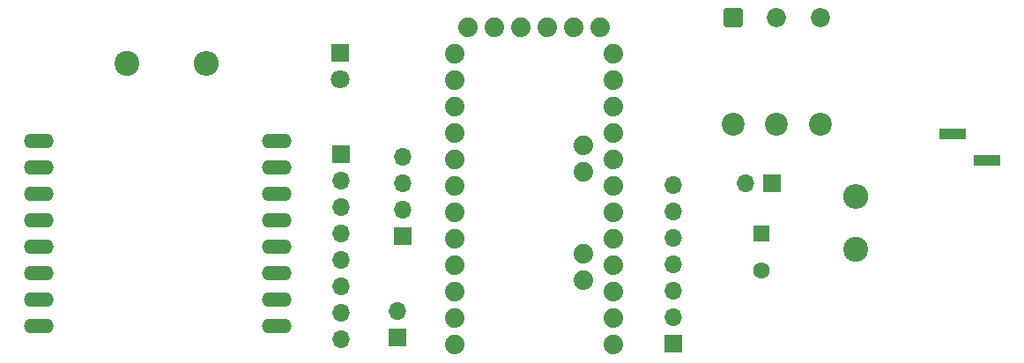
<source format=gbr>
%TF.GenerationSoftware,KiCad,Pcbnew,6.0.4-6f826c9f35~116~ubuntu20.04.1*%
%TF.CreationDate,2022-04-01T16:54:59+02:00*%
%TF.ProjectId,placaCANSAT_V3,706c6163-6143-4414-9e53-41545f56332e,rev?*%
%TF.SameCoordinates,Original*%
%TF.FileFunction,Soldermask,Top*%
%TF.FilePolarity,Negative*%
%FSLAX46Y46*%
G04 Gerber Fmt 4.6, Leading zero omitted, Abs format (unit mm)*
G04 Created by KiCad (PCBNEW 6.0.4-6f826c9f35~116~ubuntu20.04.1) date 2022-04-01 16:54:59*
%MOMM*%
%LPD*%
G01*
G04 APERTURE LIST*
G04 Aperture macros list*
%AMRoundRect*
0 Rectangle with rounded corners*
0 $1 Rounding radius*
0 $2 $3 $4 $5 $6 $7 $8 $9 X,Y pos of 4 corners*
0 Add a 4 corners polygon primitive as box body*
4,1,4,$2,$3,$4,$5,$6,$7,$8,$9,$2,$3,0*
0 Add four circle primitives for the rounded corners*
1,1,$1+$1,$2,$3*
1,1,$1+$1,$4,$5*
1,1,$1+$1,$6,$7*
1,1,$1+$1,$8,$9*
0 Add four rect primitives between the rounded corners*
20,1,$1+$1,$2,$3,$4,$5,0*
20,1,$1+$1,$4,$5,$6,$7,0*
20,1,$1+$1,$6,$7,$8,$9,0*
20,1,$1+$1,$8,$9,$2,$3,0*%
G04 Aperture macros list end*
%ADD10R,1.800000X1.800000*%
%ADD11C,1.800000*%
%ADD12R,1.700000X1.700000*%
%ADD13O,1.700000X1.700000*%
%ADD14O,2.844800X1.422400*%
%ADD15C,2.400000*%
%ADD16O,2.400000X2.400000*%
%ADD17R,1.600000X1.600000*%
%ADD18C,1.600000*%
%ADD19R,2.510000X1.000000*%
%ADD20C,1.879600*%
%ADD21C,2.200000*%
%ADD22RoundRect,0.250000X-0.675000X-0.675000X0.675000X-0.675000X0.675000X0.675000X-0.675000X0.675000X0*%
%ADD23C,1.850000*%
G04 APERTURE END LIST*
D10*
%TO.C,D1*%
X37600000Y-6500000D03*
D11*
X37600000Y-9040000D03*
%TD*%
D12*
%TO.C,JP1*%
X79100000Y-19000000D03*
D13*
X76560000Y-19000000D03*
%TD*%
D14*
%TO.C,U2*%
X31560175Y-32680979D03*
X31560175Y-30140979D03*
X31560175Y-27600979D03*
X31560175Y-25060979D03*
X31560175Y-22520979D03*
X31560175Y-19980979D03*
X31560175Y-17440979D03*
X31560175Y-14900979D03*
X8700175Y-14900979D03*
X8700175Y-17440979D03*
X8700175Y-19980979D03*
X8700175Y-22520979D03*
X8700175Y-25060979D03*
X8700175Y-27600979D03*
X8700175Y-30140979D03*
X8700175Y-32680979D03*
%TD*%
D15*
%TO.C,R1*%
X17085000Y-7500000D03*
D16*
X24705000Y-7500000D03*
%TD*%
D12*
%TO.C,J4*%
X43100000Y-33775000D03*
D13*
X43100000Y-31235000D03*
%TD*%
D17*
%TO.C,C1*%
X78100000Y-23847349D03*
D18*
X78100000Y-27347349D03*
%TD*%
D15*
%TO.C,SW1*%
X87169878Y-25366348D03*
D16*
X87169878Y-20286348D03*
%TD*%
D19*
%TO.C,BAT1*%
X96445000Y-14230000D03*
X99755000Y-16770000D03*
%TD*%
D12*
%TO.C,J2*%
X69600000Y-34442476D03*
D13*
X69600000Y-31902476D03*
X69600000Y-29362476D03*
X69600000Y-26822476D03*
X69600000Y-24282476D03*
X69600000Y-21742476D03*
X69600000Y-19202476D03*
%TD*%
D12*
%TO.C,ACELEROMETRO*%
X37680833Y-16234890D03*
D13*
X37680833Y-18774890D03*
X37680833Y-21314890D03*
X37680833Y-23854890D03*
X37680833Y-26394890D03*
X37680833Y-28934890D03*
X37680833Y-31474890D03*
X37680833Y-34014890D03*
%TD*%
D12*
%TO.C,GPS*%
X43600000Y-24040000D03*
D13*
X43600000Y-21500000D03*
X43600000Y-18960000D03*
X43600000Y-16420000D03*
%TD*%
D20*
%TO.C,Arduino pro Mini*%
X62604119Y-4014597D03*
X60064119Y-4014597D03*
X57524119Y-4014597D03*
X54984119Y-4014597D03*
X52444119Y-4014597D03*
X49904119Y-4014597D03*
X60953119Y-17857597D03*
X60953119Y-15317597D03*
X60953119Y-28271597D03*
X60953119Y-25731597D03*
X63874119Y-6554597D03*
X63874119Y-9094597D03*
X63874119Y-11634597D03*
X63874119Y-14174597D03*
X63874119Y-16714597D03*
X63874119Y-19254597D03*
X63874119Y-21794597D03*
X63874119Y-24334597D03*
X63874119Y-26874597D03*
X63874119Y-29414597D03*
X63874119Y-31954597D03*
X63874119Y-34494597D03*
X48634119Y-34494597D03*
X48634119Y-31954597D03*
X48634119Y-29414597D03*
X48634119Y-26874597D03*
X48634119Y-24334597D03*
X48634119Y-21794597D03*
X48634119Y-19254597D03*
X48634119Y-16714597D03*
X48634119Y-14174597D03*
X48634119Y-11634597D03*
X48634119Y-9094597D03*
X48634119Y-6554597D03*
%TD*%
D21*
%TO.C,Carg1*%
X75346624Y-13291166D03*
X83746624Y-13291166D03*
X79546624Y-13291166D03*
D22*
X75346624Y-3091166D03*
D23*
X79546624Y-3091166D03*
X83746624Y-3091166D03*
%TD*%
M02*

</source>
